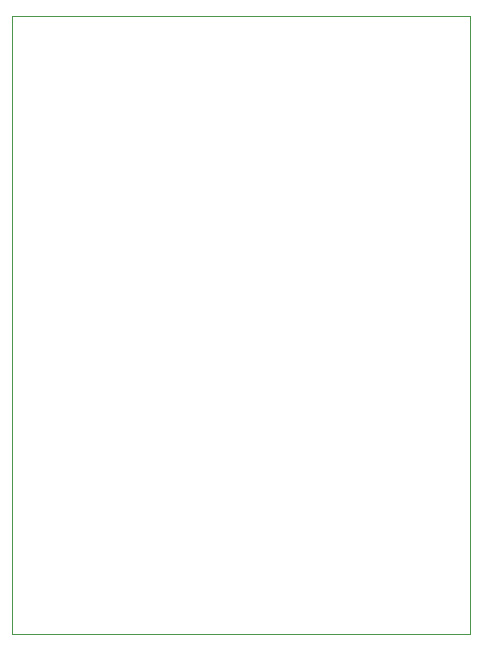
<source format=gm1>
G04 #@! TF.GenerationSoftware,KiCad,Pcbnew,(7.0.0)*
G04 #@! TF.CreationDate,2023-05-02T10:20:12-04:00*
G04 #@! TF.ProjectId,Feather-F405-Bridge,46656174-6865-4722-9d46-3430352d4272,rev?*
G04 #@! TF.SameCoordinates,Original*
G04 #@! TF.FileFunction,Profile,NP*
%FSLAX46Y46*%
G04 Gerber Fmt 4.6, Leading zero omitted, Abs format (unit mm)*
G04 Created by KiCad (PCBNEW (7.0.0)) date 2023-05-02 10:20:12*
%MOMM*%
%LPD*%
G01*
G04 APERTURE LIST*
G04 #@! TA.AperFunction,Profile*
%ADD10C,0.100000*%
G04 #@! TD*
G04 APERTURE END LIST*
D10*
X44450000Y-117475000D02*
X83185000Y-117475000D01*
X83185000Y-117475000D02*
X83185000Y-169799000D01*
X83185000Y-169799000D02*
X44450000Y-169799000D01*
X44450000Y-169799000D02*
X44450000Y-117475000D01*
M02*

</source>
